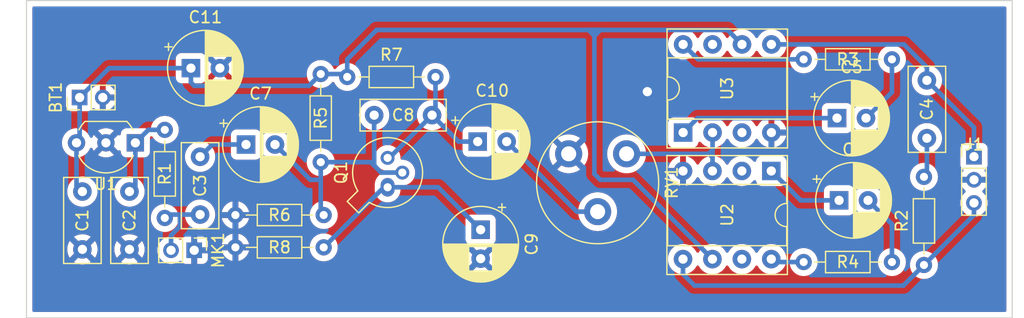
<source format=kicad_pcb>
(kicad_pcb (version 20211014) (generator pcbnew)

  (general
    (thickness 1.6)
  )

  (paper "A4")
  (layers
    (0 "F.Cu" signal)
    (31 "B.Cu" signal)
    (32 "B.Adhes" user "B.Adhesive")
    (33 "F.Adhes" user "F.Adhesive")
    (34 "B.Paste" user)
    (35 "F.Paste" user)
    (36 "B.SilkS" user "B.Silkscreen")
    (37 "F.SilkS" user "F.Silkscreen")
    (38 "B.Mask" user)
    (39 "F.Mask" user)
    (40 "Dwgs.User" user "User.Drawings")
    (41 "Cmts.User" user "User.Comments")
    (42 "Eco1.User" user "User.Eco1")
    (43 "Eco2.User" user "User.Eco2")
    (44 "Edge.Cuts" user)
    (45 "Margin" user)
    (46 "B.CrtYd" user "B.Courtyard")
    (47 "F.CrtYd" user "F.Courtyard")
    (48 "B.Fab" user)
    (49 "F.Fab" user)
    (50 "User.1" user)
    (51 "User.2" user)
    (52 "User.3" user)
    (53 "User.4" user)
    (54 "User.5" user)
    (55 "User.6" user)
    (56 "User.7" user)
    (57 "User.8" user)
    (58 "User.9" user)
  )

  (setup
    (stackup
      (layer "F.SilkS" (type "Top Silk Screen"))
      (layer "F.Paste" (type "Top Solder Paste"))
      (layer "F.Mask" (type "Top Solder Mask") (thickness 0.01))
      (layer "F.Cu" (type "copper") (thickness 0.035))
      (layer "dielectric 1" (type "core") (thickness 1.51) (material "FR4") (epsilon_r 4.5) (loss_tangent 0.02))
      (layer "B.Cu" (type "copper") (thickness 0.035))
      (layer "B.Mask" (type "Bottom Solder Mask") (thickness 0.01))
      (layer "B.Paste" (type "Bottom Solder Paste"))
      (layer "B.SilkS" (type "Bottom Silk Screen"))
      (copper_finish "None")
      (dielectric_constraints no)
    )
    (pad_to_mask_clearance 0)
    (pcbplotparams
      (layerselection 0x0001054_fffffffe)
      (disableapertmacros false)
      (usegerberextensions false)
      (usegerberattributes true)
      (usegerberadvancedattributes true)
      (creategerberjobfile true)
      (svguseinch false)
      (svgprecision 6)
      (excludeedgelayer true)
      (plotframeref false)
      (viasonmask false)
      (mode 1)
      (useauxorigin false)
      (hpglpennumber 1)
      (hpglpenspeed 20)
      (hpglpendiameter 15.000000)
      (dxfpolygonmode true)
      (dxfimperialunits true)
      (dxfusepcbnewfont true)
      (psnegative false)
      (psa4output false)
      (plotreference true)
      (plotvalue true)
      (plotinvisibletext false)
      (sketchpadsonfab false)
      (subtractmaskfromsilk false)
      (outputformat 1)
      (mirror false)
      (drillshape 0)
      (scaleselection 1)
      (outputdirectory "/media/user/Lexar/gerber/ampvol/")
    )
  )

  (net 0 "")
  (net 1 "Net-(C2-Pad1)")
  (net 2 "GND")
  (net 3 "Net-(C3-Pad2)")
  (net 4 "VDD")
  (net 5 "Net-(C5-Pad2)")
  (net 6 "Net-(RV1-Pad3)")
  (net 7 "Net-(U3-Pad1)")
  (net 8 "unconnected-(U2-Pad7)")
  (net 9 "Net-(C6-Pad1)")
  (net 10 "Net-(C4-Pad2)")
  (net 11 "Net-(C3-Pad1)")
  (net 12 "Net-(C4-Pad1)")
  (net 13 "Net-(C6-Pad2)")
  (net 14 "Net-(R5-Pad2)")
  (net 15 "Net-(R7-Pad2)")
  (net 16 "Net-(R8-Pad1)")
  (net 17 "Net-(RV1-Pad2)")
  (net 18 "Net-(R2-Pad1)")
  (net 19 "Net-(U3-Pad8)")
  (net 20 "Net-(R4-Pad1)")
  (net 21 "unconnected-(U2-Pad2)")
  (net 22 "unconnected-(U3-Pad3)")
  (net 23 "unconnected-(U3-Pad7)")

  (footprint "Capacitor_THT:CP_Radial_D6.3mm_P2.50mm" (layer "F.Cu") (at 126.101516 86.106))

  (footprint "Connector_PinHeader_2.00mm:PinHeader_1x03_P2.00mm_Vertical" (layer "F.Cu") (at 137.922 89.44))

  (footprint "Resistor_THT:R_Axial_DIN0204_L3.6mm_D1.6mm_P7.62mm_Horizontal" (layer "F.Cu") (at 83.82 82.55))

  (footprint "Capacitor_THT:CP_Radial_D6.3mm_P2.50mm" (layer "F.Cu") (at 126.278 93.218))

  (footprint "Capacitor_THT:C_Rect_L7.2mm_W2.5mm_P5.00mm_FKS2_FKP2_MKS2_MKP2" (layer "F.Cu") (at 86.146 85.852))

  (footprint "Capacitor_THT:CP_Radial_D6.3mm_P2.50mm" (layer "F.Cu") (at 95.337621 95.758 -90))

  (footprint "Resistor_THT:R_Axial_DIN0204_L3.6mm_D1.6mm_P7.62mm_Horizontal" (layer "F.Cu") (at 123.219895 81.026))

  (footprint "Resistor_THT:R_Axial_DIN0204_L3.6mm_D1.6mm_P7.62mm_Horizontal" (layer "F.Cu") (at 81.534 82.296 -90))

  (footprint "Capacitor_THT:CP_Radial_D6.3mm_P2.50mm" (layer "F.Cu") (at 70.326863 81.788))

  (footprint "Package_TO_SOT_THT:TO-92_Inline_Wide" (layer "F.Cu") (at 65.532 88.244 180))

  (footprint "Capacitor_THT:CP_Radial_D6.3mm_P2.50mm" (layer "F.Cu") (at 75.085242 88.392))

  (footprint "Package_DIP:DIP-8_W7.62mm_Socket" (layer "F.Cu") (at 112.815895 87.356 90))

  (footprint "Capacitor_THT:C_Rect_L7.2mm_W3.0mm_P5.00mm_FKS2_FKP2_MKS2_MKP2" (layer "F.Cu") (at 65.024 92.456 -90))

  (footprint "Connector_PinHeader_2.00mm:PinHeader_1x02_P2.00mm_Vertical" (layer "F.Cu") (at 70.612 97.536 -90))

  (footprint "Potentiometer_THT:Potentiometer_Piher_PT-10-V05_Vertical" (layer "F.Cu") (at 102.935 89.195 -90))

  (footprint "Capacitor_THT:C_Rect_L7.2mm_W3.0mm_P5.00mm_FKS2_FKP2_MKS2_MKP2" (layer "F.Cu") (at 60.96 92.456 -90))

  (footprint "Resistor_THT:R_Axial_DIN0204_L3.6mm_D1.6mm_P7.62mm_Horizontal" (layer "F.Cu") (at 81.788 94.488 180))

  (footprint "Package_DIP:DIP-8_W7.62mm_Socket" (layer "F.Cu") (at 120.425895 90.678 -90))

  (footprint "Capacitor_THT:C_Rect_L7.2mm_W3.0mm_P5.00mm_FKS2_FKP2_MKS2_MKP2" (layer "F.Cu") (at 71.12 94.448 90))

  (footprint "Connector_PinHeader_2.00mm:PinHeader_1x02_P2.00mm_Vertical" (layer "F.Cu") (at 60.722 84.328 90))

  (footprint "Package_TO_SOT_THT:TO-18-3" (layer "F.Cu") (at 87.306724 92.086552 90))

  (footprint "Resistor_THT:R_Axial_DIN0204_L3.6mm_D1.6mm_P7.62mm_Horizontal" (layer "F.Cu") (at 81.788 97.282 180))

  (footprint "Resistor_THT:R_Axial_DIN0204_L3.6mm_D1.6mm_P7.62mm_Horizontal" (layer "F.Cu") (at 133.604 98.806 90))

  (footprint "Capacitor_THT:CP_Radial_D6.3mm_P2.50mm" (layer "F.Cu") (at 95.083621 88.138))

  (footprint "Resistor_THT:R_Axial_DIN0204_L3.6mm_D1.6mm_P7.62mm_Horizontal" (layer "F.Cu") (at 123.219895 98.552))

  (footprint "Capacitor_THT:C_Rect_L7.2mm_W3.0mm_P5.00mm_FKS2_FKP2_MKS2_MKP2" (layer "F.Cu") (at 133.858 87.844 90))

  (footprint "Resistor_THT:R_Axial_DIN0204_L3.6mm_D1.6mm_P7.62mm_Horizontal" (layer "F.Cu") (at 68.072 87.122 -90))

  (gr_line (start 56.134 103.378) (end 56.134 75.946) (layer "Edge.Cuts") (width 0.1) (tstamp 6ef1a2da-2b7c-43d8-bb64-c549057ce44e))
  (gr_line (start 141.224 103.378) (end 56.134 103.378) (layer "Edge.Cuts") (width 0.1) (tstamp 8f6eebb9-341b-4f12-be05-1e740db3e831))
  (gr_line (start 141.224 75.946) (end 141.224 103.378) (layer "Edge.Cuts") (width 0.1) (tstamp 93f120ba-8cac-492e-a9cb-a86d09d2aefc))
  (gr_line (start 56.134 75.946) (end 141.224 75.946) (layer "Edge.Cuts") (width 0.1) (tstamp fb12e3f7-4ccb-428c-9e67-1e9fae4a4886))

  (segment (start 68.072 87.122) (end 66.654 87.122) (width 0.4) (layer "B.Cu") (net 1) (tstamp 7801c2ae-368e-451e-bc58-d1423c95ca99))
  (segment (start 65.532 88.244) (end 65.532 91.948) (width 0.4) (layer "B.Cu") (net 1) (tstamp e89271f9-e5ad-4b35-a4c5-6b2141730258))
  (segment (start 65.532 91.948) (end 65.024 92.456) (width 0.4) (layer "B.Cu") (net 1) (tstamp eeef0ae2-5104-479b-bc11-4ff6aece825b))
  (segment (start 66.654 87.122) (end 65.532 88.244) (width 0.4) (layer "B.Cu") (net 1) (tstamp fe40a075-5620-4fba-99a3-b4f91f32d4f3))
  (via (at 109.728 83.82) (size 1.5) (drill 0.8) (layers "F.Cu" "B.Cu") (free) (net 2) (tstamp 7bbee15c-7f88-4db1-994c-9c576d63b34a))
  (segment (start 72.176 88.392) (end 71.12 89.448) (width 0.4) (layer "B.Cu") (net 3) (tstamp 51dece19-ca9c-4098-b32d-b6d8f3e62dc7))
  (segment (start 75.085242 88.392) (end 72.176 88.392) (width 0.4) (layer "B.Cu") (net 3) (tstamp 7d7ac85a-9e7e-4aac-a94d-22d7a0fd0a10))
  (segment (start 105.41 78.74) (end 105.664 78.486) (width 0.4) (layer "B.Cu") (net 4) (tstamp 08bb0f11-ee6c-4b12-96b0-0d1bd425e326))
  (segment (start 63.262 81.788) (end 60.722 84.328) (width 0.4) (layer "B.Cu") (net 4) (tstamp 196c4930-aebc-4a9c-97bd-8ed1c2981cbc))
  (segment (start 115.345895 98.298) (end 108.487895 91.44) (width 0.4) (layer "B.Cu") (net 4) (tstamp 1a1a183b-0f57-4640-a686-d39c7a1b0198))
  (segment (start 60.452 91.948) (end 60.96 92.456) (width 0.4) (layer "
... [384105 chars truncated]
</source>
